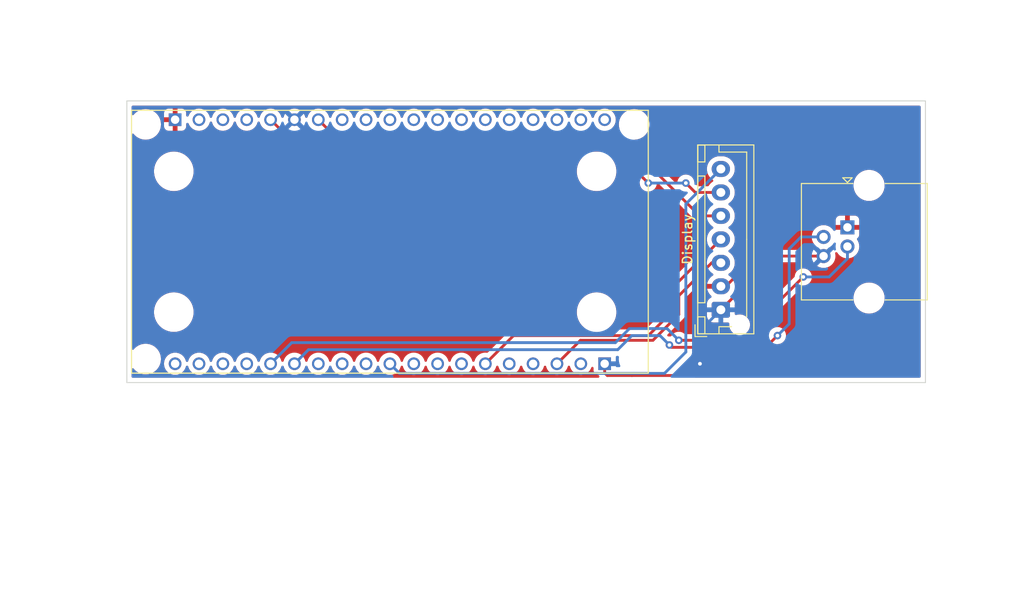
<source format=kicad_pcb>
(kicad_pcb (version 20211014) (generator pcbnew)
  (layers (0 "F.Cu" signal) (31 "B.Cu" signal) (34 "B.Paste" user) (35 "F.Paste" user) (36 "B.SilkS" user "B.Silkscreen") (37 "F.SilkS" user "F.Silkscreen") (38 "B.Mask" user) (39 "F.Mask" user) (44 "Edge.Cuts" user))
  (net 0 "")
  (net 1 "VCC")
  (net 2 "DATA_A")
  (net 3 "DATA_B")
  (net 4 "GND")
  (net 17 "SCL")
  (net 18 "SDA")
  (net 29 "RST")
  (net 32 "DC")
  (net 35 "CS")
  (footprint "MountingHole:MountingHole_3.2mm_M3" (layer "F.Cu") (at 150 107.5)
    (fp_text reference "H1")
    (fp_text value "MountingHole")
    (pad "" np_thru_hole circle (at 0 0) (size 3.2 3.2) (drill 3.2) (layers *.Cu *.Mask))
  )
  (footprint "Connector_JST:JST_XH_B7B-XH-AM_1x07_P2.50mm_Vertical" (layer "F.Cu") (at 163.225 122.25 90)
    (fp_text reference "Display" (at 7.5 -3.55 90) (layer "F.SilkS"))
    (fp_text value "ScreenConnector")
    (fp_line (start -1.8 -0.2) (end -1.8 1.14) (layer "F.SilkS") (width 0.12))
    (fp_line (start -2.56 3.51) (end 17.56 3.51) (layer "F.SilkS") (width 0.12))
    (fp_line (start 16.8 -0.2) (end 16.8 2.75) (layer "F.SilkS") (width 0.12))
    (fp_line (start 14.25 -2.45) (end 0.75 -2.45) (layer "F.SilkS") (width 0.12))
    (fp_line (start -2.55 -0.2) (end -1.8 -0.2) (layer "F.SilkS") (width 0.12))
    (fp_line (start -1.6 -2.75) (end -2.85 -2.75) (layer "F.SilkS") (width 0.12))
    (fp_line (start 15.75 -2.45) (end 15.75 -1.7) (layer "F.SilkS") (width 0.12))
    (fp_line (start -2.55 -1.7) (end -0.75 -1.7) (layer "F.SilkS") (width 0.12))
    (fp_line (start -2.56 -2.46) (end -2.56 3.51) (layer "F.SilkS") (width 0.12))
    (fp_line (start 17.56 3.51) (end 17.56 -2.46) (layer "F.SilkS") (width 0.12))
    (fp_line (start 0.75 -2.45) (end 0.75 -1.7) (layer "F.SilkS") (width 0.12))
    (fp_line (start 0.75 -1.7) (end 14.25 -1.7) (layer "F.SilkS") (width 0.12))
    (fp_line (start 7.5 2.75) (end -0.74 2.75) (layer "F.SilkS") (width 0.12))
    (fp_line (start 16.8 2.75) (end 7.5 2.75) (layer "F.SilkS") (width 0.12))
    (fp_line (start 17.55 -0.2) (end 16.8 -0.2) (layer "F.SilkS") (width 0.12))
    (fp_line (start -0.75 -1.7) (end -0.75 -2.45) (layer "F.SilkS") (width 0.12))
    (fp_line (start 17.55 -2.45) (end 15.75 -2.45) (layer "F.SilkS") (width 0.12))
    (fp_line (start -2.85 -2.75) (end -2.85 -1.5) (layer "F.SilkS") (width 0.12))
    (fp_line (start 17.55 -1.7) (end 17.55 -2.45) (layer "F.SilkS") (width 0.12))
    (fp_line (start 17.56 -2.46) (end -2.56 -2.46) (layer "F.SilkS") (width 0.12))
    (fp_line (start -0.75 -2.45) (end -2.55 -2.45) (layer "F.SilkS") (width 0.12))
    (fp_line (start 14.25 -1.7) (end 14.25 -2.45) (layer "F.SilkS") (width 0.12))
    (fp_line (start 15.75 -1.7) (end 17.55 -1.7) (layer "F.SilkS") (width 0.12))
    (fp_line (start -2.55 -2.45) (end -2.55 -1.7) (layer "F.SilkS") (width 0.12))
    (pad "" np_thru_hole circle (at -1.6 2 90) (size 1.2 1.2) (drill 1.2) (layers *.Cu *.Mask))
    (pad "1" thru_hole roundrect (at 0 0 90) (size 1.7 1.95) (drill 0.95) (layers *.Cu *.Mask) (roundrect_rratio 0.147059) (net 4 "GND"))
    (pad "2" thru_hole oval (at 2.5 0 90) (size 1.7 1.95) (drill 0.95) (layers *.Cu *.Mask) (net 1 "VCC"))
    (pad "3" thru_hole oval (at 5 0 90) (size 1.7 1.95) (drill 0.95) (layers *.Cu *.Mask) (net 17 "SCL"))
    (pad "4" thru_hole oval (at 7.5 0 90) (size 1.7 1.95) (drill 0.95) (layers *.Cu *.Mask) (net 18 "SDA"))
    (pad "5" thru_hole oval (at 10 0 90) (size 1.7 1.95) (drill 0.95) (layers *.Cu *.Mask) (net 29 "RST"))
    (pad "6" thru_hole oval (at 12.5 0 90) (size 1.7 1.95) (drill 0.95) (layers *.Cu *.Mask) (net 32 "DC"))
    (pad "7" thru_hole oval (at 15 0 90) (size 1.7 1.95) (drill 0.95) (layers *.Cu *.Mask) (net 35 "CS"))
  )
  (footprint "MountingHole:MountingHole_3.2mm_M3" (layer "F.Cu") (at 105 122.5)
    (fp_text reference "H3")
    (fp_text value "MountingHole")
    (pad "" np_thru_hole circle (at 0 0) (size 3.2 3.2) (drill 3.2) (layers *.Cu *.Mask))
  )
  (footprint "MountingHole:MountingHole_3.2mm_M3" (layer "F.Cu") (at 150 122.5)
    (fp_text reference "H2")
    (fp_text value "MountingHole")
    (pad "" np_thru_hole circle (at 0 0) (size 3.2 3.2) (drill 3.2) (layers *.Cu *.Mask))
  )
  (footprint "MountingHole:MountingHole_3.2mm_M3" (layer "F.Cu") (at 105 107.5)
    (fp_text reference "H4")
    (fp_text value "MountingHole")
    (pad "" np_thru_hole circle (at 0 0) (size 3.2 3.2) (drill 3.2) (layers *.Cu *.Mask))
  )
  (footprint "libs:MODULE_ESP32_NODEMCU" (layer "F.Cu") (at 128 115 -90)
    (fp_text reference "U1")
    (fp_text value "ESP32_NODEMCU")
    (fp_line (start 14 -27.5) (end 14 27.5) (layer "F.SilkS") (width 0.127))
    (fp_line (start -14 -27.5) (end 14 -27.5) (layer "F.SilkS") (width 0.127))
    (fp_line (start -14 27.5) (end 14 27.5) (layer "F.SilkS") (width 0.127))
    (fp_line (start -14 -27.5) (end -14 27.5) (layer "F.SilkS") (width 0.127))
    (pad "" np_thru_hole circle locked (at 12.5 -26 270) (size 2.25 2.25) (drill 2.25) (layers *.Cu *.Mask))
    (pad "" np_thru_hole circle locked (at -12.5 -26 270) (size 2.25 2.25) (drill 2.25) (layers *.Cu *.Mask))
    (pad "" np_thru_hole circle locked (at 12.5 26 270) (size 2.25 2.25) (drill 2.25) (layers *.Cu *.Mask))
    (pad "" np_thru_hole circle locked (at -12.5 26 270) (size 2.25 2.25) (drill 2.25) (layers *.Cu *.Mask))
    (pad "J4_1" thru_hole rect locked (at 13 -22.86 270) (size 1.35 1.35) (drill 0.9) (layers *.Cu *.Mask) (net 4 "GND"))
    (pad "J4_2" thru_hole circle locked (at 13 -20.32 270) (size 1.35 1.35) (drill 0.9) (layers *.Cu *.Mask))
    (pad "J4_3" thru_hole circle locked (at 13 -17.78 270) (size 1.35 1.35) (drill 0.9) (layers *.Cu *.Mask) (net 17 "SCL"))
    (pad "J4_4" thru_hole circle locked (at 13 -15.24 270) (size 1.35 1.35) (drill 0.9) (layers *.Cu *.Mask))
    (pad "J4_5" thru_hole circle locked (at 13 -12.7 270) (size 1.35 1.35) (drill 0.9) (layers *.Cu *.Mask))
    (pad "J4_6" thru_hole circle locked (at 13 -10.16 270) (size 1.35 1.35) (drill 0.9) (layers *.Cu *.Mask) (net 18 "SDA"))
    (pad "J4_7" thru_hole circle locked (at 13 -7.62 270) (size 1.35 1.35) (drill 0.9) (layers *.Cu *.Mask) (net 4 "GND"))
    (pad "J4_8" thru_hole circle locked (at 13 -5.08 270) (size 1.35 1.35) (drill 0.9) (layers *.Cu *.Mask))
    (pad "J4_9" thru_hole circle locked (at 13 -2.54 270) (size 1.35 1.35) (drill 0.9) (layers *.Cu *.Mask))
    (pad "J4_10" thru_hole circle locked (at 13 0 270) (size 1.35 1.35) (drill 0.9) (layers *.Cu *.Mask) (net 35 "CS"))
    (pad "J4_11" thru_hole circle locked (at 13 2.54 270) (size 1.35 1.35) (drill 0.9) (layers *.Cu *.Mask))
    (pad "J4_12" thru_hole circle locked (at 13 5.08 270) (size 1.35 1.35) (drill 0.9) (layers *.Cu *.Mask))
    (pad "J4_13" thru_hole circle locked (at 13 7.62 270) (size 1.35 1.35) (drill 0.9) (layers *.Cu *.Mask))
    (pad "J4_14" thru_hole circle locked (at 13 10.16 270) (size 1.35 1.35) (drill 0.9) (layers *.Cu *.Mask) (net 2 "DATA_A"))
    (pad "J4_15" thru_hole circle locked (at 13 12.7 270) (size 1.35 1.35) (drill 0.9) (layers *.Cu *.Mask) (net 3 "DATA_B"))
    (pad "J4_16" thru_hole circle locked (at 13 15.24 270) (size 1.35 1.35) (drill 0.9) (layers *.Cu *.Mask))
    (pad "J4_17" thru_hole circle locked (at 13 17.78 270) (size 1.35 1.35) (drill 0.9) (layers *.Cu *.Mask))
    (pad "J4_18" thru_hole circle locked (at 13 20.32 270) (size 1.35 1.35) (drill 0.9) (layers *.Cu *.Mask))
    (pad "J4_19" thru_hole circle locked (at 13 22.86 270) (size 1.35 1.35) (drill 0.9) (layers *.Cu *.Mask))
    (pad "J5_1" thru_hole rect locked (at -13 22.86 270) (size 1.35 1.35) (drill 0.9) (layers *.Cu *.Mask) (net 1 "VCC"))
    (pad "J5_2" thru_hole circle locked (at -13 20.32 270) (size 1.35 1.35) (drill 0.9) (layers *.Cu *.Mask))
    (pad "J5_3" thru_hole circle locked (at -13 17.78 270) (size 1.35 1.35) (drill 0.9) (layers *.Cu *.Mask))
    (pad "J5_4" thru_hole circle locked (at -13 15.24 270) (size 1.35 1.35) (drill 0.9) (layers *.Cu *.Mask))
    (pad "J5_5" thru_hole circle locked (at -13 12.7 270) (size 1.35 1.35) (drill 0.9) (layers *.Cu *.Mask) (net 32 "DC"))
    (pad "J5_6" thru_hole circle locked (at -13 10.16 270) (size 1.35 1.35) (drill 0.9) (layers *.Cu *.Mask) (net 4 "GND"))
    (pad "J5_7" thru_hole circle locked (at -13 7.62 270) (size 1.35 1.35) (drill 0.9) (layers *.Cu *.Mask) (net 29 "RST"))
    (pad "J5_8" thru_hole circle locked (at -13 5.08 270) (size 1.35 1.35) (drill 0.9) (layers *.Cu *.Mask))
    (pad "J5_9" thru_hole circle locked (at -13 2.54 270) (size 1.35 1.35) (drill 0.9) (layers *.Cu *.Mask))
    (pad "J5_10" thru_hole circle locked (at -13 0 270) (size 1.35 1.35) (drill 0.9) (layers *.Cu *.Mask))
    (pad "J5_11" thru_hole circle locked (at -13 -2.54 270) (size 1.35 1.35) (drill 0.9) (layers *.Cu *.Mask))
    (pad "J5_12" thru_hole circle locked (at -13 -5.08 270) (size 1.35 1.35) (drill 0.9) (layers *.Cu *.Mask))
    (pad "J5_13" thru_hole circle locked (at -13 -7.62 270) (size 1.35 1.35) (drill 0.9) (layers *.Cu *.Mask))
    (pad "J5_14" thru_hole circle locked (at -13 -10.16 270) (size 1.35 1.35) (drill 0.9) (layers *.Cu *.Mask))
    (pad "J5_15" thru_hole circle locked (at -13 -12.7 270) (size 1.35 1.35) (drill 0.9) (layers *.Cu *.Mask))
    (pad "J5_16" thru_hole circle locked (at -13 -15.24 270) (size 1.35 1.35) (drill 0.9) (layers *.Cu *.Mask))
    (pad "J5_17" thru_hole circle locked (at -13 -17.78 270) (size 1.35 1.35) (drill 0.9) (layers *.Cu *.Mask))
    (pad "J5_18" thru_hole circle locked (at -13 -20.32 270) (size 1.35 1.35) (drill 0.9) (layers *.Cu *.Mask))
    (pad "J5_19" thru_hole circle locked (at -13 -22.86 270) (size 1.35 1.35) (drill 0.9) (layers *.Cu *.Mask))
  )
  (footprint "Connector_RJ:RJ14_Connfly_DS1133-S4_Horizontal" (layer "F.Cu") (at 176.7 113.47 -90)
    (fp_text reference "J1")
    (fp_text value "RJ14")
    (fp_line (start 7.73 4.9) (end -4.67 4.9) (layer "F.SilkS") (width 0.12))
    (fp_line (start 7.73 -0.57) (end 7.73 4.9) (layer "F.SilkS") (width 0.12))
    (fp_line (start -4.78 0) (end -5.28 0.5) (layer "F.SilkS") (width 0.12))
    (fp_line (start -4.67 -8.5) (end 7.73 -8.5) (layer "F.SilkS") (width 0.12))
    (fp_line (start -4.67 4.9) (end -4.67 -0.57) (layer "F.SilkS") (width 0.12))
    (fp_line (start -4.67 -8.5) (end -4.67 -4.03) (layer "F.SilkS") (width 0.12))
    (fp_line (start 7.73 -8.5) (end 7.73 -4.03) (layer "F.SilkS") (width 0.12))
    (fp_line (start -5.28 0.5) (end -5.28 -0.5) (layer "F.SilkS") (width 0.12))
    (fp_line (start -5.28 -0.5) (end -4.78 0) (layer "F.SilkS") (width 0.12))
    (pad "" np_thru_hole circle (at -4.47 -2.3 90) (size 2.3 2.3) (drill 2.3) (layers *.Cu *.Mask))
    (pad "" np_thru_hole circle (at 7.53 -2.3 90) (size 2.3 2.3) (drill 2.3) (layers *.Cu *.Mask))
    (pad "1" thru_hole rect (at 0 0 90) (size 1.5 1.5) (drill 0.9) (layers *.Cu *.Mask) (net 1 "VCC"))
    (pad "2" thru_hole circle (at 1.02 2.54 90) (size 1.5 1.5) (drill 0.9) (layers *.Cu *.Mask) (net 2 "DATA_A"))
    (pad "3" thru_hole circle (at 2.04 0 90) (size 1.5 1.5) (drill 0.9) (layers *.Cu *.Mask) (net 3 "DATA_B"))
    (pad "4" thru_hole circle (at 3.06 2.54 90) (size 1.5 1.5) (drill 0.9) (layers *.Cu *.Mask) (net 4 "GND"))
  )
  (gr_line (start 185 100) (end 185 130) (layer "Edge.Cuts") (width 0.1))
  (gr_line (start 100 130) (end 100 100) (layer "Edge.Cuts") (width 0.1))
  (gr_line (start 100 100) (end 185 100) (layer "Edge.Cuts") (width 0.1))
  (gr_line (start 185 130) (end 100 130) (layer "Edge.Cuts") (width 0.1))
  (segment (start 163.75 119.75) (end 165.5 118) (width 0.3) (layer "F.Cu") (net 1))
  (segment (start 163.225 119.75) (end 163.75 119.75) (width 0.3) (layer "F.Cu") (net 1))
  (segment (start 168 126.25) (end 169.25 125) (width 0.3) (layer "F.Cu") (net 2))
  (segment (start 158 126.25) (end 168 126.25) (width 0.3) (layer "F.Cu") (net 2))
  (segment (start 157.75 126) (end 158 126.25) (width 0.3) (layer "F.Cu") (net 2))
  (via (at 169.25 125) (size 0.8) (drill 0.4) (layers "F.Cu" "B.Cu") (net 2))
  (via (at 157.75 126) (size 0.8) (drill 0.4) (layers "F.Cu" "B.Cu") (net 2))
  (segment (start 156.75 125) (end 157.75 126) (width 0.3) (layer "B.Cu") (net 2))
  (segment (start 152.25 126.5) (end 153.75 125) (width 0.3) (layer "B.Cu") (net 2))
  (segment (start 170.5 123.75) (end 170.5 115.75) (width 0.3) (layer "B.Cu") (net 2))
  (segment (start 119.34 126.5) (end 152.25 126.5) (width 0.3) (layer "B.Cu") (net 2))
  (segment (start 170.5 115.75) (end 171.76 114.49) (width 0.3) (layer "B.Cu") (net 2))
  (segment (start 171.76 114.49) (end 174.16 114.49) (width 0.3) (layer "B.Cu") (net 2))
  (segment (start 153.75 125) (end 156.75 125) (width 0.3) (layer "B.Cu") (net 2))
  (segment (start 169.25 125) (end 170.5 123.75) (width 0.3) (layer "B.Cu") (net 2))
  (segment (start 117.84 128) (end 119.34 126.5) (width 0.3) (layer "B.Cu") (net 2))
  (segment (start 167.75 125) (end 167.25 125.5) (width 0.3) (layer "F.Cu") (net 3))
  (segment (start 172 118.75) (end 167.75 123) (width 0.3) (layer "F.Cu") (net 3))
  (segment (start 167.75 123) (end 167.75 125) (width 0.3) (layer "F.Cu") (net 3))
  (segment (start 167.25 125.5) (end 158.75 125.5) (width 0.3) (layer "F.Cu") (net 3))
  (via (at 158.75 125.5) (size 0.8) (drill 0.4) (layers "F.Cu" "B.Cu") (net 3))
  (via (at 172 118.75) (size 0.8) (drill 0.4) (layers "F.Cu" "B.Cu") (net 3))
  (segment (start 157.5 124.25) (end 153.5 124.25) (width 0.3) (layer "B.Cu") (net 3))
  (segment (start 174.75 118.75) (end 172 118.75) (width 0.3) (layer "B.Cu") (net 3))
  (segment (start 152 125.75) (end 117.55 125.75) (width 0.3) (layer "B.Cu") (net 3))
  (segment (start 176.7 115.51) (end 176.7 116.8) (width 0.3) (layer "B.Cu") (net 3))
  (segment (start 176.7 116.8) (end 174.75 118.75) (width 0.3) (layer "B.Cu") (net 3))
  (segment (start 158.75 125.5) (end 157.5 124.25) (width 0.3) (layer "B.Cu") (net 3))
  (segment (start 117.55 125.75) (end 115.3 128) (width 0.3) (layer "B.Cu") (net 3))
  (segment (start 153.5 124.25) (end 152 125.75) (width 0.3) (layer "B.Cu") (net 3))
  (segment (start 153.75 129.25) (end 159.5 129.25) (width 0.3) (layer "F.Cu") (net 4))
  (segment (start 160.75 128) (end 161 128) (width 0.3) (layer "F.Cu") (net 4))
  (segment (start 159.5 129.25) (end 160.5 128.25) (width 0.3) (layer "F.Cu") (net 4))
  (segment (start 160.5 128.25) (end 160.75 128) (width 0.3) (layer "F.Cu") (net 4))
  (segment (start 168.945 116.53) (end 174.16 116.53) (width 0.3) (layer "F.Cu") (net 4))
  (segment (start 151.135 129.25) (end 153.75 129.25) (width 0.3) (layer "F.Cu") (net 4))
  (segment (start 150.86 128.975) (end 151.135 129.25) (width 0.3) (layer "F.Cu") (net 4))
  (segment (start 163.225 122.25) (end 168.945 116.53) (width 0.3) (layer "F.Cu") (net 4))
  (segment (start 150.86 128) (end 150.86 128.975) (width 0.3) (layer "F.Cu") (net 4))
  (via (at 161 128) (size 0.8) (drill 0.4) (layers "F.Cu" "B.Cu") (net 4))
  (segment (start 161 124.475) (end 163.225 122.25) (width 0.3) (layer "B.Cu") (net 4))
  (segment (start 161 128) (end 161 124.475) (width 0.3) (layer "B.Cu") (net 4))
  (segment (start 158.75 122.75) (end 158.75 120.75) (width 0.3) (layer "F.Cu") (net 17))
  (segment (start 158.75 120.75) (end 162.25 117.25) (width 0.3) (layer "F.Cu") (net 17))
  (segment (start 156 125.5) (end 158.75 122.75) (width 0.3) (layer "F.Cu") (net 17))
  (segment (start 145.78 128) (end 148.28 125.5) (width 0.3) (layer "F.Cu") (net 17))
  (segment (start 148.28 125.5) (end 156 125.5) (width 0.3) (layer "F.Cu") (net 17))
  (segment (start 162.25 117.25) (end 163.225 117.25) (width 0.3) (layer "F.Cu") (net 17))
  (segment (start 138.16 128) (end 141.16 125) (width 0.3) (layer "F.Cu") (net 18))
  (segment (start 158.25 119.725) (end 163.225 114.75) (width 0.3) (layer "F.Cu") (net 18))
  (segment (start 141.16 125) (end 155.5 125) (width 0.3) (layer "F.Cu") (net 18))
  (segment (start 158.25 122.25) (end 158.25 119.725) (width 0.3) (layer "F.Cu") (net 18))
  (segment (start 155.5 125) (end 158.25 122.25) (width 0.3) (layer "F.Cu") (net 18))
  (segment (start 160.974999 112.25) (end 163.225 112.25) (width 0.3) (layer "F.Cu") (net 29))
  (segment (start 120.38 102) (end 122.13 103.75) (width 0.3) (layer "F.Cu") (net 29))
  (segment (start 152.474999 103.75) (end 160.974999 112.25) (width 0.3) (layer "F.Cu") (net 29))
  (segment (start 122.13 103.75) (end 152.474999 103.75) (width 0.3) (layer "F.Cu") (net 29))
  (segment (start 159.5 108.75) (end 160.5 109.75) (width 0.3) (layer "F.Cu") (net 32))
  (segment (start 160.5 109.75) (end 163.225 109.75) (width 0.3) (layer "F.Cu") (net 32))
  (segment (start 121.75 105.25) (end 152 105.25) (width 0.3) (layer "F.Cu") (net 32))
  (segment (start 155 108.25) (end 155.5 108.75) (width 0.3) (layer "F.Cu") (net 32))
  (segment (start 152 105.25) (end 155 108.25) (width 0.3) (layer "F.Cu") (net 32))
  (segment (start 115.3 102) (end 118.55 105.25) (width 0.3) (layer "F.Cu") (net 32))
  (segment (start 118.55 105.25) (end 121.75 105.25) (width 0.3) (layer "F.Cu") (net 32))
  (via (at 155.5 108.75) (size 0.8) (drill 0.4) (layers "F.Cu" "B.Cu") (net 32))
  (via (at 159.5 108.75) (size 0.8) (drill 0.4) (layers "F.Cu" "B.Cu") (net 32))
  (segment (start 155.5 108.75) (end 159.5 108.75) (width 0.3) (layer "B.Cu") (net 32))
  (segment (start 128 128) (end 129.025 129.025) (width 0.3) (layer "B.Cu") (net 35))
  (segment (start 159.5 110.975) (end 163.225 107.25) (width 0.3) (layer "B.Cu") (net 35))
  (segment (start 159.5 126.75) (end 159.5 110.975) (width 0.3) (layer "B.Cu") (net 35))
  (segment (start 129.025 129.025) (end 157.225 129.025) (width 0.3) (layer "B.Cu") (net 35))
  (segment (start 157.225 129.025) (end 159.5 126.75) (width 0.3) (layer "B.Cu") (net 35))
  (zone (net 1) (net_name "VCC") (layer "F.Cu") (connect_pads (clearance 0.508)) (min_thickness 0.254) (fill yes (thermal_gap 0.508) (thermal_bridge_width 0.508))
    (polygon (pts (xy 195.5 154) (xy 86.5 154) (xy 86.5 89.25) (xy 195.5 89.25)))
  )
  (zone (net 4) (net_name "GND") (layer "B.Cu") (connect_pads (clearance 0.508)) (min_thickness 0.254) (fill yes (thermal_gap 0.508) (thermal_bridge_width 0.508))
    (polygon (pts (xy 195.5 153.75) (xy 86.5 153.75) (xy 86.5 89.25) (xy 195.5 89.25)))
  )
)
</source>
